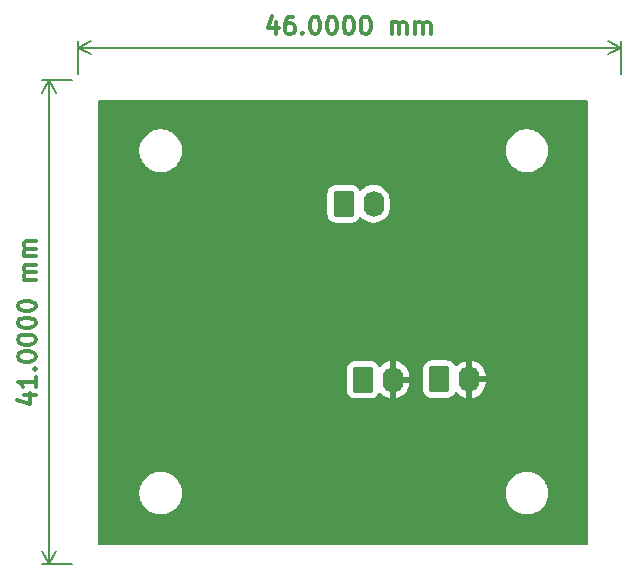
<source format=gbl>
G04 #@! TF.GenerationSoftware,KiCad,Pcbnew,8.0.0*
G04 #@! TF.CreationDate,2024-03-04T18:09:40-06:00*
G04 #@! TF.ProjectId,Haptic Feeback board,48617074-6963-4204-9665-656261636b20,rev?*
G04 #@! TF.SameCoordinates,Original*
G04 #@! TF.FileFunction,Copper,L2,Bot*
G04 #@! TF.FilePolarity,Positive*
%FSLAX46Y46*%
G04 Gerber Fmt 4.6, Leading zero omitted, Abs format (unit mm)*
G04 Created by KiCad (PCBNEW 8.0.0) date 2024-03-04 18:09:40*
%MOMM*%
%LPD*%
G01*
G04 APERTURE LIST*
G04 Aperture macros list*
%AMRoundRect*
0 Rectangle with rounded corners*
0 $1 Rounding radius*
0 $2 $3 $4 $5 $6 $7 $8 $9 X,Y pos of 4 corners*
0 Add a 4 corners polygon primitive as box body*
4,1,4,$2,$3,$4,$5,$6,$7,$8,$9,$2,$3,0*
0 Add four circle primitives for the rounded corners*
1,1,$1+$1,$2,$3*
1,1,$1+$1,$4,$5*
1,1,$1+$1,$6,$7*
1,1,$1+$1,$8,$9*
0 Add four rect primitives between the rounded corners*
20,1,$1+$1,$2,$3,$4,$5,0*
20,1,$1+$1,$4,$5,$6,$7,0*
20,1,$1+$1,$6,$7,$8,$9,0*
20,1,$1+$1,$8,$9,$2,$3,0*%
G04 Aperture macros list end*
%ADD10C,0.300000*%
G04 #@! TA.AperFunction,NonConductor*
%ADD11C,0.300000*%
G04 #@! TD*
G04 #@! TA.AperFunction,NonConductor*
%ADD12C,0.200000*%
G04 #@! TD*
G04 #@! TA.AperFunction,ComponentPad*
%ADD13RoundRect,0.250000X-0.620000X-0.845000X0.620000X-0.845000X0.620000X0.845000X-0.620000X0.845000X0*%
G04 #@! TD*
G04 #@! TA.AperFunction,ComponentPad*
%ADD14O,1.740000X2.190000*%
G04 #@! TD*
G04 #@! TA.AperFunction,ViaPad*
%ADD15C,0.800000*%
G04 #@! TD*
G04 APERTURE END LIST*
D10*
D11*
X113905528Y-103714284D02*
X114905528Y-103714284D01*
X113334100Y-104071426D02*
X114405528Y-104428569D01*
X114405528Y-104428569D02*
X114405528Y-103499998D01*
X114905528Y-102142855D02*
X114905528Y-102999998D01*
X114905528Y-102571427D02*
X113405528Y-102571427D01*
X113405528Y-102571427D02*
X113619814Y-102714284D01*
X113619814Y-102714284D02*
X113762671Y-102857141D01*
X113762671Y-102857141D02*
X113834100Y-102999998D01*
X114762671Y-101499999D02*
X114834100Y-101428570D01*
X114834100Y-101428570D02*
X114905528Y-101499999D01*
X114905528Y-101499999D02*
X114834100Y-101571427D01*
X114834100Y-101571427D02*
X114762671Y-101499999D01*
X114762671Y-101499999D02*
X114905528Y-101499999D01*
X113405528Y-100499998D02*
X113405528Y-100357141D01*
X113405528Y-100357141D02*
X113476957Y-100214284D01*
X113476957Y-100214284D02*
X113548385Y-100142856D01*
X113548385Y-100142856D02*
X113691242Y-100071427D01*
X113691242Y-100071427D02*
X113976957Y-99999998D01*
X113976957Y-99999998D02*
X114334100Y-99999998D01*
X114334100Y-99999998D02*
X114619814Y-100071427D01*
X114619814Y-100071427D02*
X114762671Y-100142856D01*
X114762671Y-100142856D02*
X114834100Y-100214284D01*
X114834100Y-100214284D02*
X114905528Y-100357141D01*
X114905528Y-100357141D02*
X114905528Y-100499998D01*
X114905528Y-100499998D02*
X114834100Y-100642856D01*
X114834100Y-100642856D02*
X114762671Y-100714284D01*
X114762671Y-100714284D02*
X114619814Y-100785713D01*
X114619814Y-100785713D02*
X114334100Y-100857141D01*
X114334100Y-100857141D02*
X113976957Y-100857141D01*
X113976957Y-100857141D02*
X113691242Y-100785713D01*
X113691242Y-100785713D02*
X113548385Y-100714284D01*
X113548385Y-100714284D02*
X113476957Y-100642856D01*
X113476957Y-100642856D02*
X113405528Y-100499998D01*
X113405528Y-99071427D02*
X113405528Y-98928570D01*
X113405528Y-98928570D02*
X113476957Y-98785713D01*
X113476957Y-98785713D02*
X113548385Y-98714285D01*
X113548385Y-98714285D02*
X113691242Y-98642856D01*
X113691242Y-98642856D02*
X113976957Y-98571427D01*
X113976957Y-98571427D02*
X114334100Y-98571427D01*
X114334100Y-98571427D02*
X114619814Y-98642856D01*
X114619814Y-98642856D02*
X114762671Y-98714285D01*
X114762671Y-98714285D02*
X114834100Y-98785713D01*
X114834100Y-98785713D02*
X114905528Y-98928570D01*
X114905528Y-98928570D02*
X114905528Y-99071427D01*
X114905528Y-99071427D02*
X114834100Y-99214285D01*
X114834100Y-99214285D02*
X114762671Y-99285713D01*
X114762671Y-99285713D02*
X114619814Y-99357142D01*
X114619814Y-99357142D02*
X114334100Y-99428570D01*
X114334100Y-99428570D02*
X113976957Y-99428570D01*
X113976957Y-99428570D02*
X113691242Y-99357142D01*
X113691242Y-99357142D02*
X113548385Y-99285713D01*
X113548385Y-99285713D02*
X113476957Y-99214285D01*
X113476957Y-99214285D02*
X113405528Y-99071427D01*
X113405528Y-97642856D02*
X113405528Y-97499999D01*
X113405528Y-97499999D02*
X113476957Y-97357142D01*
X113476957Y-97357142D02*
X113548385Y-97285714D01*
X113548385Y-97285714D02*
X113691242Y-97214285D01*
X113691242Y-97214285D02*
X113976957Y-97142856D01*
X113976957Y-97142856D02*
X114334100Y-97142856D01*
X114334100Y-97142856D02*
X114619814Y-97214285D01*
X114619814Y-97214285D02*
X114762671Y-97285714D01*
X114762671Y-97285714D02*
X114834100Y-97357142D01*
X114834100Y-97357142D02*
X114905528Y-97499999D01*
X114905528Y-97499999D02*
X114905528Y-97642856D01*
X114905528Y-97642856D02*
X114834100Y-97785714D01*
X114834100Y-97785714D02*
X114762671Y-97857142D01*
X114762671Y-97857142D02*
X114619814Y-97928571D01*
X114619814Y-97928571D02*
X114334100Y-97999999D01*
X114334100Y-97999999D02*
X113976957Y-97999999D01*
X113976957Y-97999999D02*
X113691242Y-97928571D01*
X113691242Y-97928571D02*
X113548385Y-97857142D01*
X113548385Y-97857142D02*
X113476957Y-97785714D01*
X113476957Y-97785714D02*
X113405528Y-97642856D01*
X113405528Y-96214285D02*
X113405528Y-96071428D01*
X113405528Y-96071428D02*
X113476957Y-95928571D01*
X113476957Y-95928571D02*
X113548385Y-95857143D01*
X113548385Y-95857143D02*
X113691242Y-95785714D01*
X113691242Y-95785714D02*
X113976957Y-95714285D01*
X113976957Y-95714285D02*
X114334100Y-95714285D01*
X114334100Y-95714285D02*
X114619814Y-95785714D01*
X114619814Y-95785714D02*
X114762671Y-95857143D01*
X114762671Y-95857143D02*
X114834100Y-95928571D01*
X114834100Y-95928571D02*
X114905528Y-96071428D01*
X114905528Y-96071428D02*
X114905528Y-96214285D01*
X114905528Y-96214285D02*
X114834100Y-96357143D01*
X114834100Y-96357143D02*
X114762671Y-96428571D01*
X114762671Y-96428571D02*
X114619814Y-96500000D01*
X114619814Y-96500000D02*
X114334100Y-96571428D01*
X114334100Y-96571428D02*
X113976957Y-96571428D01*
X113976957Y-96571428D02*
X113691242Y-96500000D01*
X113691242Y-96500000D02*
X113548385Y-96428571D01*
X113548385Y-96428571D02*
X113476957Y-96357143D01*
X113476957Y-96357143D02*
X113405528Y-96214285D01*
X114905528Y-93928572D02*
X113905528Y-93928572D01*
X114048385Y-93928572D02*
X113976957Y-93857143D01*
X113976957Y-93857143D02*
X113905528Y-93714286D01*
X113905528Y-93714286D02*
X113905528Y-93500000D01*
X113905528Y-93500000D02*
X113976957Y-93357143D01*
X113976957Y-93357143D02*
X114119814Y-93285715D01*
X114119814Y-93285715D02*
X114905528Y-93285715D01*
X114119814Y-93285715D02*
X113976957Y-93214286D01*
X113976957Y-93214286D02*
X113905528Y-93071429D01*
X113905528Y-93071429D02*
X113905528Y-92857143D01*
X113905528Y-92857143D02*
X113976957Y-92714286D01*
X113976957Y-92714286D02*
X114119814Y-92642857D01*
X114119814Y-92642857D02*
X114905528Y-92642857D01*
X114905528Y-91928572D02*
X113905528Y-91928572D01*
X114048385Y-91928572D02*
X113976957Y-91857143D01*
X113976957Y-91857143D02*
X113905528Y-91714286D01*
X113905528Y-91714286D02*
X113905528Y-91500000D01*
X113905528Y-91500000D02*
X113976957Y-91357143D01*
X113976957Y-91357143D02*
X114119814Y-91285715D01*
X114119814Y-91285715D02*
X114905528Y-91285715D01*
X114119814Y-91285715D02*
X113976957Y-91214286D01*
X113976957Y-91214286D02*
X113905528Y-91071429D01*
X113905528Y-91071429D02*
X113905528Y-90857143D01*
X113905528Y-90857143D02*
X113976957Y-90714286D01*
X113976957Y-90714286D02*
X114119814Y-90642857D01*
X114119814Y-90642857D02*
X114905528Y-90642857D01*
D12*
X118000000Y-77000000D02*
X115440780Y-77000000D01*
X118000000Y-118000000D02*
X115440780Y-118000000D01*
X116027200Y-77000000D02*
X116027200Y-118000000D01*
X116027200Y-77000000D02*
X116027200Y-118000000D01*
X116027200Y-77000000D02*
X116613621Y-78126504D01*
X116027200Y-77000000D02*
X115440779Y-78126504D01*
X116027200Y-118000000D02*
X115440779Y-116873496D01*
X116027200Y-118000000D02*
X116613621Y-116873496D01*
D10*
D11*
X135285716Y-72147928D02*
X135285716Y-73147928D01*
X134928573Y-71576500D02*
X134571430Y-72647928D01*
X134571430Y-72647928D02*
X135500001Y-72647928D01*
X136714287Y-71647928D02*
X136428572Y-71647928D01*
X136428572Y-71647928D02*
X136285715Y-71719357D01*
X136285715Y-71719357D02*
X136214287Y-71790785D01*
X136214287Y-71790785D02*
X136071429Y-72005071D01*
X136071429Y-72005071D02*
X136000001Y-72290785D01*
X136000001Y-72290785D02*
X136000001Y-72862214D01*
X136000001Y-72862214D02*
X136071429Y-73005071D01*
X136071429Y-73005071D02*
X136142858Y-73076500D01*
X136142858Y-73076500D02*
X136285715Y-73147928D01*
X136285715Y-73147928D02*
X136571429Y-73147928D01*
X136571429Y-73147928D02*
X136714287Y-73076500D01*
X136714287Y-73076500D02*
X136785715Y-73005071D01*
X136785715Y-73005071D02*
X136857144Y-72862214D01*
X136857144Y-72862214D02*
X136857144Y-72505071D01*
X136857144Y-72505071D02*
X136785715Y-72362214D01*
X136785715Y-72362214D02*
X136714287Y-72290785D01*
X136714287Y-72290785D02*
X136571429Y-72219357D01*
X136571429Y-72219357D02*
X136285715Y-72219357D01*
X136285715Y-72219357D02*
X136142858Y-72290785D01*
X136142858Y-72290785D02*
X136071429Y-72362214D01*
X136071429Y-72362214D02*
X136000001Y-72505071D01*
X137500000Y-73005071D02*
X137571429Y-73076500D01*
X137571429Y-73076500D02*
X137500000Y-73147928D01*
X137500000Y-73147928D02*
X137428572Y-73076500D01*
X137428572Y-73076500D02*
X137500000Y-73005071D01*
X137500000Y-73005071D02*
X137500000Y-73147928D01*
X138500001Y-71647928D02*
X138642858Y-71647928D01*
X138642858Y-71647928D02*
X138785715Y-71719357D01*
X138785715Y-71719357D02*
X138857144Y-71790785D01*
X138857144Y-71790785D02*
X138928572Y-71933642D01*
X138928572Y-71933642D02*
X139000001Y-72219357D01*
X139000001Y-72219357D02*
X139000001Y-72576500D01*
X139000001Y-72576500D02*
X138928572Y-72862214D01*
X138928572Y-72862214D02*
X138857144Y-73005071D01*
X138857144Y-73005071D02*
X138785715Y-73076500D01*
X138785715Y-73076500D02*
X138642858Y-73147928D01*
X138642858Y-73147928D02*
X138500001Y-73147928D01*
X138500001Y-73147928D02*
X138357144Y-73076500D01*
X138357144Y-73076500D02*
X138285715Y-73005071D01*
X138285715Y-73005071D02*
X138214286Y-72862214D01*
X138214286Y-72862214D02*
X138142858Y-72576500D01*
X138142858Y-72576500D02*
X138142858Y-72219357D01*
X138142858Y-72219357D02*
X138214286Y-71933642D01*
X138214286Y-71933642D02*
X138285715Y-71790785D01*
X138285715Y-71790785D02*
X138357144Y-71719357D01*
X138357144Y-71719357D02*
X138500001Y-71647928D01*
X139928572Y-71647928D02*
X140071429Y-71647928D01*
X140071429Y-71647928D02*
X140214286Y-71719357D01*
X140214286Y-71719357D02*
X140285715Y-71790785D01*
X140285715Y-71790785D02*
X140357143Y-71933642D01*
X140357143Y-71933642D02*
X140428572Y-72219357D01*
X140428572Y-72219357D02*
X140428572Y-72576500D01*
X140428572Y-72576500D02*
X140357143Y-72862214D01*
X140357143Y-72862214D02*
X140285715Y-73005071D01*
X140285715Y-73005071D02*
X140214286Y-73076500D01*
X140214286Y-73076500D02*
X140071429Y-73147928D01*
X140071429Y-73147928D02*
X139928572Y-73147928D01*
X139928572Y-73147928D02*
X139785715Y-73076500D01*
X139785715Y-73076500D02*
X139714286Y-73005071D01*
X139714286Y-73005071D02*
X139642857Y-72862214D01*
X139642857Y-72862214D02*
X139571429Y-72576500D01*
X139571429Y-72576500D02*
X139571429Y-72219357D01*
X139571429Y-72219357D02*
X139642857Y-71933642D01*
X139642857Y-71933642D02*
X139714286Y-71790785D01*
X139714286Y-71790785D02*
X139785715Y-71719357D01*
X139785715Y-71719357D02*
X139928572Y-71647928D01*
X141357143Y-71647928D02*
X141500000Y-71647928D01*
X141500000Y-71647928D02*
X141642857Y-71719357D01*
X141642857Y-71719357D02*
X141714286Y-71790785D01*
X141714286Y-71790785D02*
X141785714Y-71933642D01*
X141785714Y-71933642D02*
X141857143Y-72219357D01*
X141857143Y-72219357D02*
X141857143Y-72576500D01*
X141857143Y-72576500D02*
X141785714Y-72862214D01*
X141785714Y-72862214D02*
X141714286Y-73005071D01*
X141714286Y-73005071D02*
X141642857Y-73076500D01*
X141642857Y-73076500D02*
X141500000Y-73147928D01*
X141500000Y-73147928D02*
X141357143Y-73147928D01*
X141357143Y-73147928D02*
X141214286Y-73076500D01*
X141214286Y-73076500D02*
X141142857Y-73005071D01*
X141142857Y-73005071D02*
X141071428Y-72862214D01*
X141071428Y-72862214D02*
X141000000Y-72576500D01*
X141000000Y-72576500D02*
X141000000Y-72219357D01*
X141000000Y-72219357D02*
X141071428Y-71933642D01*
X141071428Y-71933642D02*
X141142857Y-71790785D01*
X141142857Y-71790785D02*
X141214286Y-71719357D01*
X141214286Y-71719357D02*
X141357143Y-71647928D01*
X142785714Y-71647928D02*
X142928571Y-71647928D01*
X142928571Y-71647928D02*
X143071428Y-71719357D01*
X143071428Y-71719357D02*
X143142857Y-71790785D01*
X143142857Y-71790785D02*
X143214285Y-71933642D01*
X143214285Y-71933642D02*
X143285714Y-72219357D01*
X143285714Y-72219357D02*
X143285714Y-72576500D01*
X143285714Y-72576500D02*
X143214285Y-72862214D01*
X143214285Y-72862214D02*
X143142857Y-73005071D01*
X143142857Y-73005071D02*
X143071428Y-73076500D01*
X143071428Y-73076500D02*
X142928571Y-73147928D01*
X142928571Y-73147928D02*
X142785714Y-73147928D01*
X142785714Y-73147928D02*
X142642857Y-73076500D01*
X142642857Y-73076500D02*
X142571428Y-73005071D01*
X142571428Y-73005071D02*
X142499999Y-72862214D01*
X142499999Y-72862214D02*
X142428571Y-72576500D01*
X142428571Y-72576500D02*
X142428571Y-72219357D01*
X142428571Y-72219357D02*
X142499999Y-71933642D01*
X142499999Y-71933642D02*
X142571428Y-71790785D01*
X142571428Y-71790785D02*
X142642857Y-71719357D01*
X142642857Y-71719357D02*
X142785714Y-71647928D01*
X145071427Y-73147928D02*
X145071427Y-72147928D01*
X145071427Y-72290785D02*
X145142856Y-72219357D01*
X145142856Y-72219357D02*
X145285713Y-72147928D01*
X145285713Y-72147928D02*
X145499999Y-72147928D01*
X145499999Y-72147928D02*
X145642856Y-72219357D01*
X145642856Y-72219357D02*
X145714285Y-72362214D01*
X145714285Y-72362214D02*
X145714285Y-73147928D01*
X145714285Y-72362214D02*
X145785713Y-72219357D01*
X145785713Y-72219357D02*
X145928570Y-72147928D01*
X145928570Y-72147928D02*
X146142856Y-72147928D01*
X146142856Y-72147928D02*
X146285713Y-72219357D01*
X146285713Y-72219357D02*
X146357142Y-72362214D01*
X146357142Y-72362214D02*
X146357142Y-73147928D01*
X147071427Y-73147928D02*
X147071427Y-72147928D01*
X147071427Y-72290785D02*
X147142856Y-72219357D01*
X147142856Y-72219357D02*
X147285713Y-72147928D01*
X147285713Y-72147928D02*
X147499999Y-72147928D01*
X147499999Y-72147928D02*
X147642856Y-72219357D01*
X147642856Y-72219357D02*
X147714285Y-72362214D01*
X147714285Y-72362214D02*
X147714285Y-73147928D01*
X147714285Y-72362214D02*
X147785713Y-72219357D01*
X147785713Y-72219357D02*
X147928570Y-72147928D01*
X147928570Y-72147928D02*
X148142856Y-72147928D01*
X148142856Y-72147928D02*
X148285713Y-72219357D01*
X148285713Y-72219357D02*
X148357142Y-72362214D01*
X148357142Y-72362214D02*
X148357142Y-73147928D01*
D12*
X118500000Y-76500000D02*
X118500000Y-73683180D01*
X164500000Y-76500000D02*
X164500000Y-73683180D01*
X118500000Y-74269600D02*
X164500000Y-74269600D01*
X118500000Y-74269600D02*
X164500000Y-74269600D01*
X118500000Y-74269600D02*
X119626504Y-73683179D01*
X118500000Y-74269600D02*
X119626504Y-74856021D01*
X164500000Y-74269600D02*
X163373496Y-74856021D01*
X164500000Y-74269600D02*
X163373496Y-73683179D01*
D13*
X142621000Y-102387400D03*
D14*
X145161000Y-102387400D03*
D13*
X149098000Y-102362000D03*
D14*
X151638000Y-102362000D03*
D13*
X140995400Y-87497600D03*
D14*
X143535400Y-87497600D03*
D15*
X132500000Y-88000000D03*
X140500000Y-107500000D03*
X141000000Y-95000000D03*
X152000000Y-88000000D03*
G04 #@! TA.AperFunction,Conductor*
G36*
X161639439Y-78708885D02*
G01*
X161685194Y-78761689D01*
X161696400Y-78813200D01*
X161696400Y-116284200D01*
X161676715Y-116351239D01*
X161623911Y-116396994D01*
X161572400Y-116408200D01*
X120342200Y-116408200D01*
X120275161Y-116388515D01*
X120229406Y-116335711D01*
X120218200Y-116284200D01*
X120218200Y-112118004D01*
X123699500Y-112118004D01*
X123699501Y-112118020D01*
X123730306Y-112352010D01*
X123791394Y-112579993D01*
X123881714Y-112798045D01*
X123881719Y-112798056D01*
X123952677Y-112920957D01*
X123999727Y-113002450D01*
X123999729Y-113002453D01*
X123999730Y-113002454D01*
X124143406Y-113189697D01*
X124143412Y-113189704D01*
X124310295Y-113356587D01*
X124310301Y-113356592D01*
X124497550Y-113500273D01*
X124628918Y-113576118D01*
X124701943Y-113618280D01*
X124701948Y-113618282D01*
X124701951Y-113618284D01*
X124920007Y-113708606D01*
X125147986Y-113769693D01*
X125381989Y-113800500D01*
X125381996Y-113800500D01*
X125618004Y-113800500D01*
X125618011Y-113800500D01*
X125852014Y-113769693D01*
X126079993Y-113708606D01*
X126298049Y-113618284D01*
X126502450Y-113500273D01*
X126689699Y-113356592D01*
X126856592Y-113189699D01*
X127000273Y-113002450D01*
X127118284Y-112798049D01*
X127208606Y-112579993D01*
X127269693Y-112352014D01*
X127300500Y-112118011D01*
X127300500Y-112118004D01*
X154699500Y-112118004D01*
X154699501Y-112118020D01*
X154730306Y-112352010D01*
X154791394Y-112579993D01*
X154881714Y-112798045D01*
X154881719Y-112798056D01*
X154952677Y-112920957D01*
X154999727Y-113002450D01*
X154999729Y-113002453D01*
X154999730Y-113002454D01*
X155143406Y-113189697D01*
X155143412Y-113189704D01*
X155310295Y-113356587D01*
X155310301Y-113356592D01*
X155497550Y-113500273D01*
X155628918Y-113576118D01*
X155701943Y-113618280D01*
X155701948Y-113618282D01*
X155701951Y-113618284D01*
X155920007Y-113708606D01*
X156147986Y-113769693D01*
X156381989Y-113800500D01*
X156381996Y-113800500D01*
X156618004Y-113800500D01*
X156618011Y-113800500D01*
X156852014Y-113769693D01*
X157079993Y-113708606D01*
X157298049Y-113618284D01*
X157502450Y-113500273D01*
X157689699Y-113356592D01*
X157856592Y-113189699D01*
X158000273Y-113002450D01*
X158118284Y-112798049D01*
X158208606Y-112579993D01*
X158269693Y-112352014D01*
X158300500Y-112118011D01*
X158300500Y-111881989D01*
X158269693Y-111647986D01*
X158208606Y-111420007D01*
X158118284Y-111201951D01*
X158118282Y-111201948D01*
X158118280Y-111201943D01*
X158076118Y-111128918D01*
X158000273Y-110997550D01*
X157856592Y-110810301D01*
X157856587Y-110810295D01*
X157689704Y-110643412D01*
X157689697Y-110643406D01*
X157502454Y-110499730D01*
X157502453Y-110499729D01*
X157502450Y-110499727D01*
X157420957Y-110452677D01*
X157298056Y-110381719D01*
X157298045Y-110381714D01*
X157079993Y-110291394D01*
X156852010Y-110230306D01*
X156618020Y-110199501D01*
X156618017Y-110199500D01*
X156618011Y-110199500D01*
X156381989Y-110199500D01*
X156381983Y-110199500D01*
X156381979Y-110199501D01*
X156147989Y-110230306D01*
X155920006Y-110291394D01*
X155701954Y-110381714D01*
X155701943Y-110381719D01*
X155497545Y-110499730D01*
X155310302Y-110643406D01*
X155310295Y-110643412D01*
X155143412Y-110810295D01*
X155143406Y-110810302D01*
X154999730Y-110997545D01*
X154881719Y-111201943D01*
X154881714Y-111201954D01*
X154791394Y-111420006D01*
X154730306Y-111647989D01*
X154699501Y-111881979D01*
X154699500Y-111881995D01*
X154699500Y-112118004D01*
X127300500Y-112118004D01*
X127300500Y-111881989D01*
X127269693Y-111647986D01*
X127208606Y-111420007D01*
X127118284Y-111201951D01*
X127118282Y-111201948D01*
X127118280Y-111201943D01*
X127076118Y-111128918D01*
X127000273Y-110997550D01*
X126856592Y-110810301D01*
X126856587Y-110810295D01*
X126689704Y-110643412D01*
X126689697Y-110643406D01*
X126502454Y-110499730D01*
X126502453Y-110499729D01*
X126502450Y-110499727D01*
X126420957Y-110452677D01*
X126298056Y-110381719D01*
X126298045Y-110381714D01*
X126079993Y-110291394D01*
X125852010Y-110230306D01*
X125618020Y-110199501D01*
X125618017Y-110199500D01*
X125618011Y-110199500D01*
X125381989Y-110199500D01*
X125381983Y-110199500D01*
X125381979Y-110199501D01*
X125147989Y-110230306D01*
X124920006Y-110291394D01*
X124701954Y-110381714D01*
X124701943Y-110381719D01*
X124497545Y-110499730D01*
X124310302Y-110643406D01*
X124310295Y-110643412D01*
X124143412Y-110810295D01*
X124143406Y-110810302D01*
X123999730Y-110997545D01*
X123881719Y-111201943D01*
X123881714Y-111201954D01*
X123791394Y-111420006D01*
X123730306Y-111647989D01*
X123699501Y-111881979D01*
X123699500Y-111881995D01*
X123699500Y-112118004D01*
X120218200Y-112118004D01*
X120218200Y-103282401D01*
X141250500Y-103282401D01*
X141250501Y-103282418D01*
X141261000Y-103385196D01*
X141261001Y-103385199D01*
X141298774Y-103499188D01*
X141316186Y-103551734D01*
X141408288Y-103701056D01*
X141532344Y-103825112D01*
X141681666Y-103917214D01*
X141848203Y-103972399D01*
X141950991Y-103982900D01*
X143291008Y-103982899D01*
X143393797Y-103972399D01*
X143560334Y-103917214D01*
X143709656Y-103825112D01*
X143833712Y-103701056D01*
X143925814Y-103551734D01*
X143925817Y-103551723D01*
X143926353Y-103550577D01*
X143926934Y-103549916D01*
X143929605Y-103545587D01*
X143930344Y-103546043D01*
X143972521Y-103498134D01*
X144039713Y-103478977D01*
X144106596Y-103499188D01*
X144126420Y-103515292D01*
X144268502Y-103657374D01*
X144442963Y-103784128D01*
X144635098Y-103882027D01*
X144840190Y-103948666D01*
X144911000Y-103959881D01*
X144911000Y-102930109D01*
X144931339Y-102941852D01*
X145082667Y-102982400D01*
X145239333Y-102982400D01*
X145390661Y-102941852D01*
X145411000Y-102930109D01*
X145411000Y-103959880D01*
X145481809Y-103948666D01*
X145686901Y-103882027D01*
X145879036Y-103784128D01*
X146053496Y-103657374D01*
X146053497Y-103657374D01*
X146205974Y-103504897D01*
X146205974Y-103504896D01*
X146332728Y-103330436D01*
X146370146Y-103257001D01*
X147727500Y-103257001D01*
X147727501Y-103257018D01*
X147738000Y-103359796D01*
X147738001Y-103359799D01*
X147793185Y-103526331D01*
X147793187Y-103526336D01*
X147807731Y-103549916D01*
X147885288Y-103675656D01*
X148009344Y-103799712D01*
X148158666Y-103891814D01*
X148325203Y-103946999D01*
X148427991Y-103957500D01*
X149768008Y-103957499D01*
X149870797Y-103946999D01*
X150037334Y-103891814D01*
X150186656Y-103799712D01*
X150310712Y-103675656D01*
X150402814Y-103526334D01*
X150402817Y-103526323D01*
X150403353Y-103525177D01*
X150403934Y-103524516D01*
X150406605Y-103520187D01*
X150407344Y-103520643D01*
X150449521Y-103472734D01*
X150516713Y-103453577D01*
X150583596Y-103473788D01*
X150603420Y-103489892D01*
X150745502Y-103631974D01*
X150919963Y-103758728D01*
X151112098Y-103856627D01*
X151317190Y-103923266D01*
X151388000Y-103934481D01*
X151388000Y-102904709D01*
X151408339Y-102916452D01*
X151559667Y-102957000D01*
X151716333Y-102957000D01*
X151867661Y-102916452D01*
X151888000Y-102904709D01*
X151888000Y-103934480D01*
X151958809Y-103923266D01*
X152163901Y-103856627D01*
X152356036Y-103758728D01*
X152530496Y-103631974D01*
X152530497Y-103631974D01*
X152682974Y-103479497D01*
X152682974Y-103479496D01*
X152809728Y-103305036D01*
X152907627Y-103112901D01*
X152974265Y-102907809D01*
X153008000Y-102694820D01*
X153008000Y-102612000D01*
X152180709Y-102612000D01*
X152192452Y-102591661D01*
X152233000Y-102440333D01*
X152233000Y-102283667D01*
X152192452Y-102132339D01*
X152180709Y-102112000D01*
X153008000Y-102112000D01*
X153008000Y-102029179D01*
X152974265Y-101816190D01*
X152907627Y-101611098D01*
X152809728Y-101418963D01*
X152682974Y-101244503D01*
X152682974Y-101244502D01*
X152530497Y-101092025D01*
X152356036Y-100965271D01*
X152163899Y-100867372D01*
X151958805Y-100800733D01*
X151888000Y-100789518D01*
X151888000Y-101819290D01*
X151867661Y-101807548D01*
X151716333Y-101767000D01*
X151559667Y-101767000D01*
X151408339Y-101807548D01*
X151388000Y-101819290D01*
X151388000Y-100789518D01*
X151387999Y-100789518D01*
X151317194Y-100800733D01*
X151112100Y-100867372D01*
X150919963Y-100965271D01*
X150745506Y-101092022D01*
X150603420Y-101234108D01*
X150542097Y-101267592D01*
X150472405Y-101262608D01*
X150416472Y-101220736D01*
X150403356Y-101198828D01*
X150402816Y-101197670D01*
X150337654Y-101092025D01*
X150310712Y-101048344D01*
X150186656Y-100924288D01*
X150037334Y-100832186D01*
X149870797Y-100777001D01*
X149870795Y-100777000D01*
X149768010Y-100766500D01*
X148427998Y-100766500D01*
X148427981Y-100766501D01*
X148325203Y-100777000D01*
X148325200Y-100777001D01*
X148158668Y-100832185D01*
X148158663Y-100832187D01*
X148009342Y-100924289D01*
X147885289Y-101048342D01*
X147793187Y-101197663D01*
X147793185Y-101197668D01*
X147771666Y-101262608D01*
X147738001Y-101364203D01*
X147738001Y-101364204D01*
X147738000Y-101364204D01*
X147727500Y-101466983D01*
X147727500Y-103257001D01*
X146370146Y-103257001D01*
X146430627Y-103138301D01*
X146497265Y-102933209D01*
X146531000Y-102720220D01*
X146531000Y-102637400D01*
X145703709Y-102637400D01*
X145715452Y-102617061D01*
X145756000Y-102465733D01*
X145756000Y-102309067D01*
X145715452Y-102157739D01*
X145703709Y-102137400D01*
X146531000Y-102137400D01*
X146531000Y-102054579D01*
X146497265Y-101841590D01*
X146430627Y-101636498D01*
X146332728Y-101444363D01*
X146205974Y-101269903D01*
X146205974Y-101269902D01*
X146053497Y-101117425D01*
X145879036Y-100990671D01*
X145686899Y-100892772D01*
X145481805Y-100826133D01*
X145411000Y-100814918D01*
X145411000Y-101844690D01*
X145390661Y-101832948D01*
X145239333Y-101792400D01*
X145082667Y-101792400D01*
X144931339Y-101832948D01*
X144911000Y-101844690D01*
X144911000Y-100814918D01*
X144910999Y-100814918D01*
X144840194Y-100826133D01*
X144635100Y-100892772D01*
X144442963Y-100990671D01*
X144268506Y-101117422D01*
X144126420Y-101259508D01*
X144065097Y-101292992D01*
X143995405Y-101288008D01*
X143939472Y-101246136D01*
X143926356Y-101224228D01*
X143925816Y-101223070D01*
X143925812Y-101223063D01*
X143833712Y-101073744D01*
X143709656Y-100949688D01*
X143560334Y-100857586D01*
X143393797Y-100802401D01*
X143393795Y-100802400D01*
X143291010Y-100791900D01*
X141950998Y-100791900D01*
X141950981Y-100791901D01*
X141848203Y-100802400D01*
X141848200Y-100802401D01*
X141681668Y-100857585D01*
X141681663Y-100857587D01*
X141532342Y-100949689D01*
X141408289Y-101073742D01*
X141316187Y-101223063D01*
X141316185Y-101223068D01*
X141300666Y-101269902D01*
X141261001Y-101389603D01*
X141261001Y-101389604D01*
X141261000Y-101389604D01*
X141250500Y-101492383D01*
X141250500Y-103282401D01*
X120218200Y-103282401D01*
X120218200Y-88392601D01*
X139624900Y-88392601D01*
X139624901Y-88392618D01*
X139635400Y-88495396D01*
X139635401Y-88495399D01*
X139672984Y-88608816D01*
X139690586Y-88661934D01*
X139782688Y-88811256D01*
X139906744Y-88935312D01*
X140056066Y-89027414D01*
X140222603Y-89082599D01*
X140325391Y-89093100D01*
X141665408Y-89093099D01*
X141768197Y-89082599D01*
X141934734Y-89027414D01*
X142084056Y-88935312D01*
X142208112Y-88811256D01*
X142300214Y-88661934D01*
X142300217Y-88661922D01*
X142300529Y-88661257D01*
X142300869Y-88660869D01*
X142304005Y-88655787D01*
X142304873Y-88656322D01*
X142346699Y-88608816D01*
X142413891Y-88589660D01*
X142480773Y-88609872D01*
X142500595Y-88625975D01*
X142642579Y-88767959D01*
X142817101Y-88894757D01*
X143009311Y-88992692D01*
X143214474Y-89059354D01*
X143294373Y-89072008D01*
X143427534Y-89093100D01*
X143427539Y-89093100D01*
X143643266Y-89093100D01*
X143761630Y-89074352D01*
X143856326Y-89059354D01*
X144061489Y-88992692D01*
X144253699Y-88894757D01*
X144428221Y-88767959D01*
X144580759Y-88615421D01*
X144707557Y-88440899D01*
X144805492Y-88248689D01*
X144872154Y-88043526D01*
X144887152Y-87948830D01*
X144905900Y-87830466D01*
X144905900Y-87164733D01*
X144872154Y-86951677D01*
X144872154Y-86951674D01*
X144805492Y-86746511D01*
X144707557Y-86554301D01*
X144580759Y-86379779D01*
X144428221Y-86227241D01*
X144253699Y-86100443D01*
X144061489Y-86002508D01*
X143856326Y-85935846D01*
X143856324Y-85935845D01*
X143856322Y-85935845D01*
X143643266Y-85902100D01*
X143643261Y-85902100D01*
X143427539Y-85902100D01*
X143427534Y-85902100D01*
X143214477Y-85935845D01*
X143009308Y-86002509D01*
X142817100Y-86100443D01*
X142642580Y-86227240D01*
X142500595Y-86369225D01*
X142439272Y-86402709D01*
X142369580Y-86397725D01*
X142313647Y-86355853D01*
X142300532Y-86333948D01*
X142300215Y-86333269D01*
X142300214Y-86333268D01*
X142300214Y-86333266D01*
X142208112Y-86183944D01*
X142084056Y-86059888D01*
X141934734Y-85967786D01*
X141768197Y-85912601D01*
X141768195Y-85912600D01*
X141665410Y-85902100D01*
X140325398Y-85902100D01*
X140325381Y-85902101D01*
X140222603Y-85912600D01*
X140222600Y-85912601D01*
X140056068Y-85967785D01*
X140056063Y-85967787D01*
X139906742Y-86059889D01*
X139782689Y-86183942D01*
X139690587Y-86333263D01*
X139690586Y-86333266D01*
X139635401Y-86499803D01*
X139635401Y-86499804D01*
X139635400Y-86499804D01*
X139624900Y-86602583D01*
X139624900Y-88392601D01*
X120218200Y-88392601D01*
X120218200Y-83118004D01*
X123699500Y-83118004D01*
X123699501Y-83118020D01*
X123730306Y-83352010D01*
X123791394Y-83579993D01*
X123881714Y-83798045D01*
X123881719Y-83798056D01*
X123952677Y-83920957D01*
X123999727Y-84002450D01*
X123999729Y-84002453D01*
X123999730Y-84002454D01*
X124143406Y-84189697D01*
X124143412Y-84189704D01*
X124310295Y-84356587D01*
X124310301Y-84356592D01*
X124497550Y-84500273D01*
X124628918Y-84576118D01*
X124701943Y-84618280D01*
X124701948Y-84618282D01*
X124701951Y-84618284D01*
X124920007Y-84708606D01*
X125147986Y-84769693D01*
X125381989Y-84800500D01*
X125381996Y-84800500D01*
X125618004Y-84800500D01*
X125618011Y-84800500D01*
X125852014Y-84769693D01*
X126079993Y-84708606D01*
X126298049Y-84618284D01*
X126502450Y-84500273D01*
X126689699Y-84356592D01*
X126856592Y-84189699D01*
X127000273Y-84002450D01*
X127118284Y-83798049D01*
X127208606Y-83579993D01*
X127269693Y-83352014D01*
X127300500Y-83118011D01*
X127300500Y-83118004D01*
X154699500Y-83118004D01*
X154699501Y-83118020D01*
X154730306Y-83352010D01*
X154791394Y-83579993D01*
X154881714Y-83798045D01*
X154881719Y-83798056D01*
X154952677Y-83920957D01*
X154999727Y-84002450D01*
X154999729Y-84002453D01*
X154999730Y-84002454D01*
X155143406Y-84189697D01*
X155143412Y-84189704D01*
X155310295Y-84356587D01*
X155310301Y-84356592D01*
X155497550Y-84500273D01*
X155628918Y-84576118D01*
X155701943Y-84618280D01*
X155701948Y-84618282D01*
X155701951Y-84618284D01*
X155920007Y-84708606D01*
X156147986Y-84769693D01*
X156381989Y-84800500D01*
X156381996Y-84800500D01*
X156618004Y-84800500D01*
X156618011Y-84800500D01*
X156852014Y-84769693D01*
X157079993Y-84708606D01*
X157298049Y-84618284D01*
X157502450Y-84500273D01*
X157689699Y-84356592D01*
X157856592Y-84189699D01*
X158000273Y-84002450D01*
X158118284Y-83798049D01*
X158208606Y-83579993D01*
X158269693Y-83352014D01*
X158300500Y-83118011D01*
X158300500Y-82881989D01*
X158269693Y-82647986D01*
X158208606Y-82420007D01*
X158118284Y-82201951D01*
X158118282Y-82201948D01*
X158118280Y-82201943D01*
X158076118Y-82128918D01*
X158000273Y-81997550D01*
X157856592Y-81810301D01*
X157856587Y-81810295D01*
X157689704Y-81643412D01*
X157689697Y-81643406D01*
X157502454Y-81499730D01*
X157502453Y-81499729D01*
X157502450Y-81499727D01*
X157420957Y-81452677D01*
X157298056Y-81381719D01*
X157298045Y-81381714D01*
X157079993Y-81291394D01*
X156852010Y-81230306D01*
X156618020Y-81199501D01*
X156618017Y-81199500D01*
X156618011Y-81199500D01*
X156381989Y-81199500D01*
X156381983Y-81199500D01*
X156381979Y-81199501D01*
X156147989Y-81230306D01*
X155920006Y-81291394D01*
X155701954Y-81381714D01*
X155701943Y-81381719D01*
X155497545Y-81499730D01*
X155310302Y-81643406D01*
X155310295Y-81643412D01*
X155143412Y-81810295D01*
X155143406Y-81810302D01*
X154999730Y-81997545D01*
X154881719Y-82201943D01*
X154881714Y-82201954D01*
X154791394Y-82420006D01*
X154730306Y-82647989D01*
X154699501Y-82881979D01*
X154699500Y-82881995D01*
X154699500Y-83118004D01*
X127300500Y-83118004D01*
X127300500Y-82881989D01*
X127269693Y-82647986D01*
X127208606Y-82420007D01*
X127118284Y-82201951D01*
X127118282Y-82201948D01*
X127118280Y-82201943D01*
X127076118Y-82128918D01*
X127000273Y-81997550D01*
X126856592Y-81810301D01*
X126856587Y-81810295D01*
X126689704Y-81643412D01*
X126689697Y-81643406D01*
X126502454Y-81499730D01*
X126502453Y-81499729D01*
X126502450Y-81499727D01*
X126420957Y-81452677D01*
X126298056Y-81381719D01*
X126298045Y-81381714D01*
X126079993Y-81291394D01*
X125852010Y-81230306D01*
X125618020Y-81199501D01*
X125618017Y-81199500D01*
X125618011Y-81199500D01*
X125381989Y-81199500D01*
X125381983Y-81199500D01*
X125381979Y-81199501D01*
X125147989Y-81230306D01*
X124920006Y-81291394D01*
X124701954Y-81381714D01*
X124701943Y-81381719D01*
X124497545Y-81499730D01*
X124310302Y-81643406D01*
X124310295Y-81643412D01*
X124143412Y-81810295D01*
X124143406Y-81810302D01*
X123999730Y-81997545D01*
X123881719Y-82201943D01*
X123881714Y-82201954D01*
X123791394Y-82420006D01*
X123730306Y-82647989D01*
X123699501Y-82881979D01*
X123699500Y-82881995D01*
X123699500Y-83118004D01*
X120218200Y-83118004D01*
X120218200Y-78813200D01*
X120237885Y-78746161D01*
X120290689Y-78700406D01*
X120342200Y-78689200D01*
X161572400Y-78689200D01*
X161639439Y-78708885D01*
G37*
G04 #@! TD.AperFunction*
M02*

</source>
